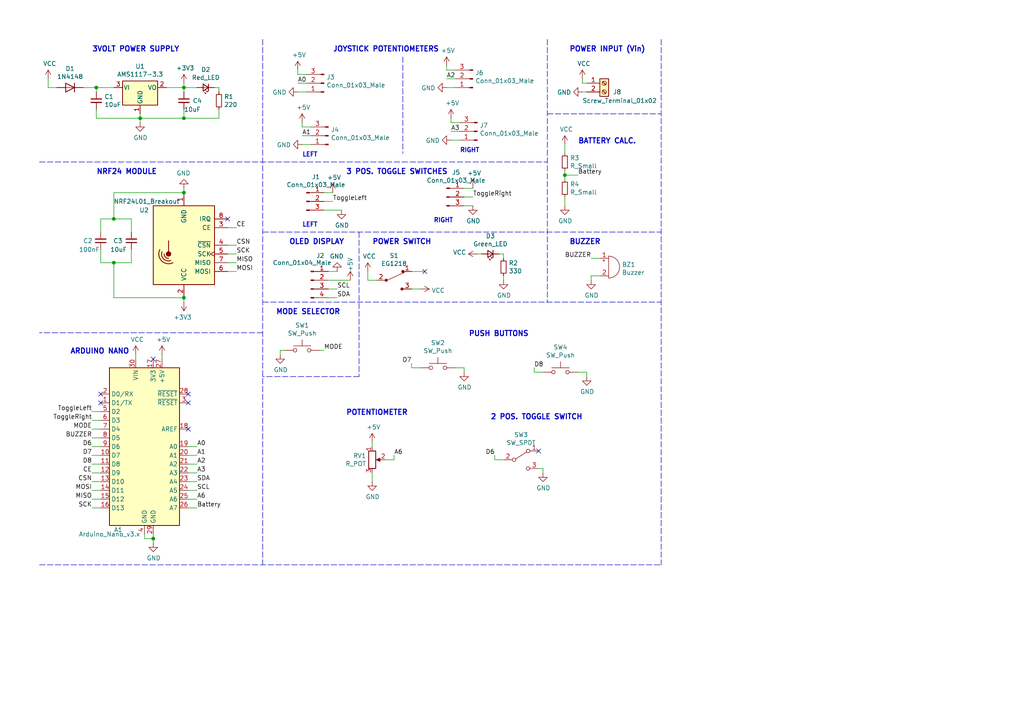
<source format=kicad_sch>
(kicad_sch (version 20211123) (generator eeschema)
  (paper "A4")
  (lib_symbols
    (symbol "Connector:Conn_01x03_Male" (pin_names (offset 1.016) hide)
      (property "Reference" "J" (at 0 5.08 0))
      (property "Value" "Conn_01x03_Male" (at 0 -5.08 0))
      (symbol "Conn_01x03_Male_1_1"
        (polyline (pts (xy 1.27 -2.54) (xy 0.8636 -2.54)) (stroke (width 0.1524)))
        (polyline (pts (xy 1.27 0) (xy 0.8636 0)) (stroke (width 0.1524)))
        (polyline (pts (xy 1.27 2.54) (xy 0.8636 2.54)) (stroke (width 0.1524)))
        (rectangle (start 0.8636 -2.413) (end 0 -2.667) (stroke (width 0.1524)) (fill (type outline)))
        (rectangle (start 0.8636 0.127) (end 0 -0.127) (stroke (width 0.1524)) (fill (type outline)))
        (rectangle (start 0.8636 2.667) (end 0 2.413) (stroke (width 0.1524)) (fill (type outline)))
        (pin passive line (at 5.08 2.54 180) (length 3.81) (name "Pin_1") (number "1"))
        (pin passive line (at 5.08 0 180) (length 3.81) (name "Pin_2") (number "2"))
        (pin passive line (at 5.08 -2.54 180) (length 3.81) (name "Pin_3") (number "3"))
      )
    )
    (symbol "Connector:Conn_01x04_Male" (pin_names (offset 1.016) hide)
      (property "Reference" "J" (at 0 5.08 0))
      (property "Value" "Conn_01x04_Male" (at 0 -7.62 0))
      (symbol "Conn_01x04_Male_1_1"
        (polyline (pts (xy 1.27 -5.08) (xy 0.8636 -5.08)) (stroke (width 0.1524)))
        (polyline (pts (xy 1.27 -2.54) (xy 0.8636 -2.54)) (stroke (width 0.1524)))
        (polyline (pts (xy 1.27 0) (xy 0.8636 0)) (stroke (width 0.1524)))
        (polyline (pts (xy 1.27 2.54) (xy 0.8636 2.54)) (stroke (width 0.1524)))
        (rectangle (start 0.8636 -4.953) (end 0 -5.207) (stroke (width 0.1524)) (fill (type outline)))
        (rectangle (start 0.8636 -2.413) (end 0 -2.667) (stroke (width 0.1524)) (fill (type outline)))
        (rectangle (start 0.8636 0.127) (end 0 -0.127) (stroke (width 0.1524)) (fill (type outline)))
        (rectangle (start 0.8636 2.667) (end 0 2.413) (stroke (width 0.1524)) (fill (type outline)))
        (pin passive line (at 5.08 2.54 180) (length 3.81) (name "Pin_1") (number "1"))
        (pin passive line (at 5.08 0 180) (length 3.81) (name "Pin_2") (number "2"))
        (pin passive line (at 5.08 -2.54 180) (length 3.81) (name "Pin_3") (number "3"))
        (pin passive line (at 5.08 -5.08 180) (length 3.81) (name "Pin_4") (number "4"))
      )
    )
    (symbol "Connector:Screw_Terminal_01x02" (pin_names (offset 1.016) hide)
      (property "Reference" "J" (at 0 2.54 0))
      (property "Value" "Screw_Terminal_01x02" (at 0 -5.08 0))
      (symbol "Screw_Terminal_01x02_1_1"
        (rectangle (start -1.27 1.27) (end 1.27 -3.81) (stroke (width 0.254)) (fill (type background)))
        (circle (center 0 -2.54) (radius 0.635) (stroke (width 0.1524)))
        (polyline (pts (xy -0.5334 -2.2098) (xy 0.3302 -3.048)) (stroke (width 0.1524)))
        (polyline (pts (xy -0.5334 0.3302) (xy 0.3302 -0.508)) (stroke (width 0.1524)))
        (polyline (pts (xy -0.3556 -2.032) (xy 0.508 -2.8702)) (stroke (width 0.1524)))
        (polyline (pts (xy -0.3556 0.508) (xy 0.508 -0.3302)) (stroke (width 0.1524)))
        (circle (center 0 0) (radius 0.635) (stroke (width 0.1524)))
        (pin passive line (at -5.08 0 0) (length 3.81) (name "Pin_1") (number "1"))
        (pin passive line (at -5.08 -2.54 0) (length 3.81) (name "Pin_2") (number "2"))
      )
    )
    (symbol "Device:Buzzer" (pin_names (offset 0.0254) hide)
      (property "Reference" "BZ" (at 3.81 1.27 0))
      (property "Value" "Buzzer" (at 3.81 -1.27 0))
      (symbol "Buzzer_0_1"
        (arc (start 0 -3.175) (mid 3.175 0) (end 0 3.175))
        (polyline (pts (xy -1.651 1.905) (xy -1.143 1.905)))
        (polyline (pts (xy -1.397 2.159) (xy -1.397 1.651)))
        (polyline (pts (xy 0 3.175) (xy 0 -3.175)))
      )
      (symbol "Buzzer_1_1"
        (pin passive line (at -2.54 2.54 0) (length 2.54) (name "-") (number "1"))
        (pin passive line (at -2.54 -2.54 0) (length 2.54) (name "+") (number "2"))
      )
    )
    (symbol "Device:C_Small" (pin_numbers hide) (pin_names (offset 0.254) hide)
      (property "Reference" "C" (at 0.254 1.778 0))
      (property "Value" "C_Small" (at 0.254 -2.032 0))
      (symbol "C_Small_0_1"
        (polyline (pts (xy -1.524 -0.508) (xy 1.524 -0.508)) (stroke (width 0.3302)))
        (polyline (pts (xy -1.524 0.508) (xy 1.524 0.508)) (stroke (width 0.3048)))
      )
      (symbol "C_Small_1_1"
        (pin passive line (at 0 2.54 270) (length 2.032) (name "~") (number "1"))
        (pin passive line (at 0 -2.54 90) (length 2.032) (name "~") (number "2"))
      )
    )
    (symbol "Device:LED_Small" (pin_numbers hide) (pin_names (offset 0.254) hide)
      (property "Reference" "D" (at -1.27 3.175 0))
      (property "Value" "LED_Small" (at -4.445 -2.54 0))
      (symbol "LED_Small_0_1"
        (polyline (pts (xy -0.762 -1.016) (xy -0.762 1.016)) (stroke (width 0.254)))
        (polyline (pts (xy 1.016 0) (xy -0.762 0)))
        (polyline (pts (xy 0.762 -1.016) (xy -0.762 0) (xy 0.762 1.016) (xy 0.762 -1.016)) (stroke (width 0.254)))
        (polyline (pts (xy 0 0.762) (xy -0.508 1.27) (xy -0.254 1.27) (xy -0.508 1.27) (xy -0.508 1.016)))
        (polyline (pts (xy 0.508 1.27) (xy 0 1.778) (xy 0.254 1.778) (xy 0 1.778) (xy 0 1.524)))
      )
      (symbol "LED_Small_1_1"
        (pin passive line (at -2.54 0 0) (length 1.778) (name "K") (number "1"))
        (pin passive line (at 2.54 0 180) (length 1.778) (name "A") (number "2"))
      )
    )
    (symbol "Device:R_Small" (pin_numbers hide) (pin_names (offset 0.254) hide)
      (property "Reference" "R" (at 0.762 0.508 0))
      (property "Value" "R_Small" (at 0.762 -1.016 0))
      (symbol "R_Small_0_1"
        (rectangle (start -0.762 1.778) (end 0.762 -1.778) (stroke (width 0.2032)))
      )
      (symbol "R_Small_1_1"
        (pin passive line (at 0 2.54 270) (length 0.762) (name "~") (number "1"))
        (pin passive line (at 0 -2.54 90) (length 0.762) (name "~") (number "2"))
      )
    )
    (symbol "Diode:1N4148" (pin_numbers hide) (pin_names (offset 1.016) hide)
      (property "Reference" "D" (at 0 2.54 0))
      (property "Value" "1N4148" (at 0 -2.54 0))
      (symbol "1N4148_0_1"
        (polyline (pts (xy -1.27 1.27) (xy -1.27 -1.27)) (stroke (width 0.254)))
        (polyline (pts (xy 1.27 0) (xy -1.27 0)))
        (polyline (pts (xy 1.27 1.27) (xy 1.27 -1.27) (xy -1.27 0) (xy 1.27 1.27)) (stroke (width 0.254)))
      )
      (symbol "1N4148_1_1"
        (pin passive line (at -3.81 0 0) (length 2.54) (name "K") (number "1"))
        (pin passive line (at 3.81 0 180) (length 2.54) (name "A") (number "2"))
      )
    )
    (symbol "MCU_Module:Arduino_Nano_v3.x"
      (property "Reference" "A" (at -10.16 23.495 0))
      (property "Value" "Arduino_Nano_v3.x" (at 5.08 -24.13 0))
      (symbol "Arduino_Nano_v3.x_0_1"
        (rectangle (start -10.16 22.86) (end 10.16 -22.86) (stroke (width 0.254)) (fill (type background)))
      )
      (symbol "Arduino_Nano_v3.x_1_1"
        (pin bidirectional line (at -12.7 12.7 0) (length 2.54) (name "D1/TX") (number "1"))
        (pin bidirectional line (at -12.7 -2.54 0) (length 2.54) (name "D7") (number "10"))
        (pin bidirectional line (at -12.7 -5.08 0) (length 2.54) (name "D8") (number "11"))
        (pin bidirectional line (at -12.7 -7.62 0) (length 2.54) (name "D9") (number "12"))
        (pin bidirectional line (at -12.7 -10.16 0) (length 2.54) (name "D10") (number "13"))
        (pin bidirectional line (at -12.7 -12.7 0) (length 2.54) (name "D11") (number "14"))
        (pin bidirectional line (at -12.7 -15.24 0) (length 2.54) (name "D12") (number "15"))
        (pin bidirectional line (at -12.7 -17.78 0) (length 2.54) (name "D13") (number "16"))
        (pin power_out line (at 2.54 25.4 270) (length 2.54) (name "3V3") (number "17"))
        (pin input line (at 12.7 5.08 180) (length 2.54) (name "AREF") (number "18"))
        (pin bidirectional line (at 12.7 0 180) (length 2.54) (name "A0") (number "19"))
        (pin bidirectional line (at -12.7 15.24 0) (length 2.54) (name "D0/RX") (number "2"))
        (pin bidirectional line (at 12.7 -2.54 180) (length 2.54) (name "A1") (number "20"))
        (pin bidirectional line (at 12.7 -5.08 180) (length 2.54) (name "A2") (number "21"))
        (pin bidirectional line (at 12.7 -7.62 180) (length 2.54) (name "A3") (number "22"))
        (pin bidirectional line (at 12.7 -10.16 180) (length 2.54) (name "A4") (number "23"))
        (pin bidirectional line (at 12.7 -12.7 180) (length 2.54) (name "A5") (number "24"))
        (pin bidirectional line (at 12.7 -15.24 180) (length 2.54) (name "A6") (number "25"))
        (pin bidirectional line (at 12.7 -17.78 180) (length 2.54) (name "A7") (number "26"))
        (pin power_out line (at 5.08 25.4 270) (length 2.54) (name "+5V") (number "27"))
        (pin input line (at 12.7 15.24 180) (length 2.54) (name "~{RESET}") (number "28"))
        (pin power_in line (at 2.54 -25.4 90) (length 2.54) (name "GND") (number "29"))
        (pin input line (at 12.7 12.7 180) (length 2.54) (name "~{RESET}") (number "3"))
        (pin power_in line (at -2.54 25.4 270) (length 2.54) (name "VIN") (number "30"))
        (pin power_in line (at 0 -25.4 90) (length 2.54) (name "GND") (number "4"))
        (pin bidirectional line (at -12.7 10.16 0) (length 2.54) (name "D2") (number "5"))
        (pin bidirectional line (at -12.7 7.62 0) (length 2.54) (name "D3") (number "6"))
        (pin bidirectional line (at -12.7 5.08 0) (length 2.54) (name "D4") (number "7"))
        (pin bidirectional line (at -12.7 2.54 0) (length 2.54) (name "D5") (number "8"))
        (pin bidirectional line (at -12.7 0 0) (length 2.54) (name "D6") (number "9"))
      )
    )
    (symbol "RF:NRF24L01_Breakout" (pin_names (offset 1.016))
      (property "Reference" "U" (at -8.89 12.7 0))
      (property "Value" "NRF24L01_Breakout" (at 3.81 12.7 0))
      (symbol "NRF24L01_Breakout_0_1"
        (rectangle (start -8.89 11.43) (end 8.89 -11.43) (stroke (width 0.254)) (fill (type background)))
        (polyline (pts (xy 4.445 1.905) (xy 4.445 -1.27)) (stroke (width 0.254)))
        (circle (center 4.445 2.54) (radius 0.635) (stroke (width 0.254)) (fill (type outline)))
        (arc (start 5.715 2.54) (mid 5.3521 3.4546) (end 4.445 3.81) (stroke (width 0.254)))
        (arc (start 6.35 1.905) (mid 5.8763 3.9854) (end 3.81 4.445) (stroke (width 0.254)))
        (arc (start 6.985 1.27) (mid 6.453 4.548) (end 3.175 5.08) (stroke (width 0.254)))
      )
      (symbol "NRF24L01_Breakout_1_1"
        (pin power_in line (at 0 -15.24 90) (length 3.81) (name "GND") (number "1"))
        (pin power_in line (at 0 15.24 270) (length 3.81) (name "VCC") (number "2"))
        (pin input line (at -12.7 -5.08 0) (length 3.81) (name "CE") (number "3"))
        (pin input line (at -12.7 0 0) (length 3.81) (name "~{CSN}") (number "4"))
        (pin input clock (at -12.7 2.54 0) (length 3.81) (name "SCK") (number "5"))
        (pin input line (at -12.7 7.62 0) (length 3.81) (name "MOSI") (number "6"))
        (pin output line (at -12.7 5.08 0) (length 3.81) (name "MISO") (number "7"))
        (pin output line (at -12.7 -7.62 0) (length 3.81) (name "IRQ") (number "8"))
      )
    )
    (symbol "Radio_Transmitter_Arduino-rescue:EG1218-dk_Slide-Switches" (pin_names (offset 0))
      (property "Reference" "S" (at -3.81 2.286 0))
      (property "Value" "EG1218-dk_Slide-Switches" (at 0 -5.334 0))
      (symbol "EG1218-dk_Slide-Switches_0_1"
        (circle (center -2.286 0) (radius 0.3556) (fill (type outline)))
        (polyline (pts (xy -2.032 0) (xy 3.048 2.286)))
        (circle (center 2.286 -2.54) (radius 0.3556) (fill (type outline)))
        (circle (center 2.54 2.54) (radius 0.3556) (fill (type outline)))
      )
      (symbol "EG1218-dk_Slide-Switches_1_1"
        (pin passive line (at 5.08 2.54 180) (length 2.54) (name "~") (number "1"))
        (pin passive line (at -5.08 0 0) (length 2.54) (name "~") (number "2"))
        (pin passive line (at 5.08 -2.54 180) (length 2.54) (name "~") (number "3"))
      )
    )
    (symbol "Radio_Transmitter_Arduino-rescue:R_POT-Device" (pin_names (offset 1.016) hide)
      (property "Reference" "RV" (at -4.445 0 90))
      (property "Value" "R_POT-Device" (at -2.54 0 90))
      (symbol "R_POT-Device_0_1"
        (polyline (pts (xy 2.54 0) (xy 1.524 0)))
        (polyline (pts (xy 1.143 0) (xy 2.286 0.508) (xy 2.286 -0.508) (xy 1.143 0)) (fill (type outline)))
        (rectangle (start 1.016 2.54) (end -1.016 -2.54) (stroke (width 0.254)))
      )
      (symbol "R_POT-Device_1_1"
        (pin passive line (at 0 3.81 270) (length 1.27) (name "1") (number "1"))
        (pin passive line (at 3.81 0 180) (length 1.27) (name "2") (number "2"))
        (pin passive line (at 0 -3.81 90) (length 1.27) (name "3") (number "3"))
      )
    )
    (symbol "Regulator_Linear:AMS1117-3.3" (pin_names (offset 0.254))
      (property "Reference" "U" (at -3.81 3.175 0))
      (property "Value" "AMS1117-3.3" (at 0 3.175 0))
      (symbol "AMS1117-3.3_0_1"
        (rectangle (start -5.08 -5.08) (end 5.08 1.905) (stroke (width 0.254)) (fill (type background)))
      )
      (symbol "AMS1117-3.3_1_1"
        (pin power_in line (at 0 -7.62 90) (length 2.54) (name "GND") (number "1"))
        (pin power_out line (at 7.62 0 180) (length 2.54) (name "VO") (number "2"))
        (pin power_in line (at -7.62 0 0) (length 2.54) (name "VI") (number "3"))
      )
    )
    (symbol "Switch:SW_Push" (pin_numbers hide) (pin_names (offset 1.016) hide)
      (property "Reference" "SW" (at 1.27 2.54 0))
      (property "Value" "SW_Push" (at 0 -1.524 0))
      (symbol "SW_Push_0_1"
        (circle (center -2.032 0) (radius 0.508))
        (polyline (pts (xy 0 1.27) (xy 0 3.048)))
        (polyline (pts (xy 2.54 1.27) (xy -2.54 1.27)))
        (circle (center 2.032 0) (radius 0.508))
        (pin passive line (at -5.08 0 0) (length 2.54) (name "1") (number "1"))
        (pin passive line (at 5.08 0 180) (length 2.54) (name "2") (number "2"))
      )
    )
    (symbol "Switch:SW_SPDT" (pin_names (offset 0) hide)
      (property "Reference" "SW" (at 0 4.318 0))
      (property "Value" "SW_SPDT" (at 0 -5.08 0))
      (symbol "SW_SPDT_0_0"
        (circle (center -2.032 0) (radius 0.508))
        (circle (center 2.032 -2.54) (radius 0.508))
      )
      (symbol "SW_SPDT_0_1"
        (polyline (pts (xy -1.524 0.254) (xy 1.651 2.286)))
        (circle (center 2.032 2.54) (radius 0.508))
      )
      (symbol "SW_SPDT_1_1"
        (pin passive line (at 5.08 2.54 180) (length 2.54) (name "A") (number "1"))
        (pin passive line (at -5.08 0 0) (length 2.54) (name "B") (number "2"))
        (pin passive line (at 5.08 -2.54 180) (length 2.54) (name "C") (number "3"))
      )
    )
    (symbol "power:+3.3V" (power) (pin_names (offset 0))
      (property "Value" "+3.3V" (at 0 3.556 0))
      (symbol "+3.3V_0_1"
        (polyline (pts (xy -0.762 1.27) (xy 0 2.54)))
        (polyline (pts (xy 0 0) (xy 0 2.54)))
        (polyline (pts (xy 0 2.54) (xy 0.762 1.27)))
      )
      (symbol "+3.3V_1_1"
        (pin power_in line (at 0 0 90) (length 0) hide (name "+3V3") (number "1"))
      )
    )
    (symbol "power:+5V" (power) (pin_names (offset 0))
      (property "Value" "+5V" (at 0 3.556 0))
      (symbol "+5V_0_1"
        (polyline (pts (xy -0.762 1.27) (xy 0 2.54)))
        (polyline (pts (xy 0 0) (xy 0 2.54)))
        (polyline (pts (xy 0 2.54) (xy 0.762 1.27)))
      )
      (symbol "+5V_1_1"
        (pin power_in line (at 0 0 90) (length 0) hide (name "+5V") (number "1"))
      )
    )
    (symbol "power:GND" (power) (pin_names (offset 0))
      (property "Value" "GND" (at 0 -3.81 0))
      (symbol "GND_0_1"
        (polyline (pts (xy 0 0) (xy 0 -1.27) (xy 1.27 -1.27) (xy 0 -2.54) (xy -1.27 -1.27) (xy 0 -1.27)))
      )
      (symbol "GND_1_1"
        (pin power_in line (at 0 0 270) (length 0) hide (name "GND") (number "1"))
      )
    )
    (symbol "power:VCC" (power) (pin_names (offset 0))
      (property "Value" "VCC" (at 0 3.81 0))
      (symbol "VCC_0_1"
        (polyline (pts (xy -0.762 1.27) (xy 0 2.54)))
        (polyline (pts (xy 0 0) (xy 0 2.54)))
        (polyline (pts (xy 0 2.54) (xy 0.762 1.27)))
      )
      (symbol "VCC_1_1"
        (pin power_in line (at 0 0 90) (length 0) hide (name "VCC") (number "1"))
      )
    )
  )
  (junction (at 27.94 25.4))
  (junction (at 33.02 63.5))
  (junction (at 40.64 34.29))
  (junction (at 163.83 50.8))
  (junction (at 44.45 156.21))
  (junction (at 53.34 25.4))
  (junction (at 53.34 86.36))
  (junction (at 33.02 76.2))
  (junction (at 53.34 55.88))
  (junction (at 53.34 34.29))
  (no_connect (at 66.04 63.5))
  (no_connect (at 44.45 104.14))
  (no_connect (at 29.21 114.3))
  (no_connect (at 29.21 116.84))
  (no_connect (at 54.61 114.3))
  (no_connect (at 123.19 78.74))
  (no_connect (at 54.61 124.46))
  (no_connect (at 54.61 116.84))
  (no_connect (at 156.21 130.81))
  (wire (pts (xy 54.61 139.7) (xy 57.15 139.7)))
  (wire (pts (xy 29.21 137.16) (xy 26.67 137.16)))
  (wire (pts (xy 90.17 41.91) (xy 87.63 41.91)))
  (wire (pts (xy 167.64 50.8) (xy 163.83 50.8)))
  (wire (pts (xy 119.38 105.41) (xy 119.38 106.68)))
  (wire (pts (xy 53.34 34.29) (xy 63.5 34.29)))
  (polyline (pts (xy 104.14 109.22) (xy 76.2 109.22)))
  (wire (pts (xy 29.21 124.46) (xy 26.67 124.46)))
  (wire (pts (xy 134.62 106.68) (xy 134.62 107.95)))
  (wire (pts (xy 132.08 25.4) (xy 129.54 25.4)))
  (wire (pts (xy 54.61 147.32) (xy 57.15 147.32)))
  (wire (pts (xy 68.58 73.66) (xy 66.04 73.66)))
  (wire (pts (xy 41.91 156.21) (xy 44.45 156.21)))
  (wire (pts (xy 29.21 72.39) (xy 29.21 76.2)))
  (polyline (pts (xy 158.75 11.43) (xy 158.75 87.63)))
  (wire (pts (xy 33.02 63.5) (xy 33.02 55.88)))
  (wire (pts (xy 137.16 59.69) (xy 134.62 59.69)))
  (wire (pts (xy 97.79 78.74) (xy 95.25 78.74)))
  (wire (pts (xy 170.18 109.22) (xy 170.18 107.95)))
  (polyline (pts (xy 76.2 87.63) (xy 191.77 87.63)))
  (wire (pts (xy 44.45 156.21) (xy 44.45 154.94)))
  (wire (pts (xy 168.91 24.13) (xy 170.18 24.13)))
  (wire (pts (xy 163.83 49.53) (xy 163.83 50.8)))
  (wire (pts (xy 68.58 78.74) (xy 66.04 78.74)))
  (wire (pts (xy 29.21 67.31) (xy 29.21 63.5)))
  (polyline (pts (xy 76.2 11.43) (xy 76.2 163.83)))
  (wire (pts (xy 90.17 36.83) (xy 87.63 36.83)))
  (wire (pts (xy 88.9 21.59) (xy 86.36 21.59)))
  (wire (pts (xy 114.3 133.35) (xy 111.76 133.35)))
  (wire (pts (xy 132.08 20.32) (xy 129.54 20.32)))
  (wire (pts (xy 97.79 86.36) (xy 95.25 86.36)))
  (wire (pts (xy 29.21 129.54) (xy 26.67 129.54)))
  (wire (pts (xy 33.02 76.2) (xy 38.1 76.2)))
  (polyline (pts (xy 11.43 163.83) (xy 191.77 163.83)))
  (wire (pts (xy 53.34 25.4) (xy 53.34 26.67)))
  (wire (pts (xy 173.99 74.93) (xy 171.45 74.93)))
  (wire (pts (xy 33.02 86.36) (xy 53.34 86.36)))
  (wire (pts (xy 29.21 134.62) (xy 26.67 134.62)))
  (wire (pts (xy 48.26 25.4) (xy 53.34 25.4)))
  (wire (pts (xy 38.1 72.39) (xy 38.1 76.2)))
  (wire (pts (xy 33.02 63.5) (xy 38.1 63.5)))
  (wire (pts (xy 63.5 25.4) (xy 63.5 26.67)))
  (wire (pts (xy 53.34 54.61) (xy 53.34 55.88)))
  (wire (pts (xy 87.63 36.83) (xy 87.63 35.56)))
  (polyline (pts (xy 116.84 16.51) (xy 116.84 44.45)))
  (wire (pts (xy 44.45 157.48) (xy 44.45 156.21)))
  (wire (pts (xy 163.83 41.91) (xy 163.83 44.45)))
  (polyline (pts (xy 11.43 46.99) (xy 158.75 46.99)))
  (wire (pts (xy 170.18 107.95) (xy 167.64 107.95)))
  (wire (pts (xy 27.94 31.75) (xy 27.94 34.29)))
  (wire (pts (xy 57.15 25.4) (xy 53.34 25.4)))
  (wire (pts (xy 93.98 101.6) (xy 92.71 101.6)))
  (wire (pts (xy 53.34 24.13) (xy 53.34 25.4)))
  (wire (pts (xy 86.36 21.59) (xy 86.36 20.32)))
  (wire (pts (xy 40.64 33.02) (xy 40.64 34.29)))
  (wire (pts (xy 41.91 154.94) (xy 41.91 156.21)))
  (wire (pts (xy 163.83 57.15) (xy 163.83 59.69)))
  (wire (pts (xy 54.61 134.62) (xy 57.15 134.62)))
  (wire (pts (xy 129.54 20.32) (xy 129.54 19.05)))
  (wire (pts (xy 27.94 26.67) (xy 27.94 25.4)))
  (wire (pts (xy 88.9 26.67) (xy 86.36 26.67)))
  (wire (pts (xy 66.04 66.04) (xy 68.58 66.04)))
  (wire (pts (xy 90.17 39.37) (xy 87.63 39.37)))
  (wire (pts (xy 53.34 86.36) (xy 53.34 87.63)))
  (wire (pts (xy 168.91 22.86) (xy 168.91 24.13)))
  (wire (pts (xy 107.95 128.27) (xy 107.95 129.54)))
  (wire (pts (xy 54.61 144.78) (xy 57.15 144.78)))
  (wire (pts (xy 163.83 50.8) (xy 163.83 52.07)))
  (wire (pts (xy 119.38 106.68) (xy 121.92 106.68)))
  (wire (pts (xy 68.58 76.2) (xy 66.04 76.2)))
  (wire (pts (xy 119.38 78.74) (xy 123.19 78.74)))
  (wire (pts (xy 26.67 127) (xy 29.21 127)))
  (wire (pts (xy 132.08 106.68) (xy 134.62 106.68)))
  (wire (pts (xy 81.28 101.6) (xy 81.28 102.87)))
  (wire (pts (xy 137.16 54.61) (xy 134.62 54.61)))
  (wire (pts (xy 29.21 142.24) (xy 26.67 142.24)))
  (wire (pts (xy 39.37 102.87) (xy 39.37 104.14)))
  (wire (pts (xy 54.61 129.54) (xy 57.15 129.54)))
  (wire (pts (xy 62.23 25.4) (xy 63.5 25.4)))
  (polyline (pts (xy 104.14 67.31) (xy 104.14 109.22)))
  (wire (pts (xy 156.21 135.89) (xy 157.48 135.89)))
  (wire (pts (xy 173.99 80.01) (xy 171.45 80.01)))
  (wire (pts (xy 101.6 81.28) (xy 95.25 81.28)))
  (wire (pts (xy 24.13 25.4) (xy 27.94 25.4)))
  (wire (pts (xy 143.51 132.08) (xy 143.51 133.35)))
  (wire (pts (xy 33.02 86.36) (xy 33.02 76.2)))
  (polyline (pts (xy 76.2 67.31) (xy 191.77 67.31)))
  (polyline (pts (xy 76.2 96.52) (xy 11.43 96.52)))
  (wire (pts (xy 106.68 81.28) (xy 106.68 78.74)))
  (wire (pts (xy 27.94 25.4) (xy 33.02 25.4)))
  (wire (pts (xy 157.48 135.89) (xy 157.48 137.16)))
  (wire (pts (xy 107.95 139.7) (xy 107.95 137.16)))
  (wire (pts (xy 40.64 34.29) (xy 40.64 35.56)))
  (wire (pts (xy 146.05 73.66) (xy 146.05 74.93)))
  (wire (pts (xy 133.35 40.64) (xy 130.81 40.64)))
  (wire (pts (xy 29.21 63.5) (xy 33.02 63.5)))
  (wire (pts (xy 13.97 25.4) (xy 16.51 25.4)))
  (wire (pts (xy 29.21 121.92) (xy 26.67 121.92)))
  (wire (pts (xy 143.51 133.35) (xy 146.05 133.35)))
  (wire (pts (xy 63.5 31.75) (xy 63.5 34.29)))
  (wire (pts (xy 93.98 60.96) (xy 99.06 60.96)))
  (polyline (pts (xy 191.77 11.43) (xy 191.77 163.83)))
  (wire (pts (xy 133.35 38.1) (xy 130.81 38.1)))
  (wire (pts (xy 82.55 101.6) (xy 81.28 101.6)))
  (wire (pts (xy 96.52 55.88) (xy 93.98 55.88)))
  (wire (pts (xy 54.61 137.16) (xy 57.15 137.16)))
  (wire (pts (xy 137.16 57.15) (xy 134.62 57.15)))
  (wire (pts (xy 29.21 132.08) (xy 26.67 132.08)))
  (wire (pts (xy 154.94 106.68) (xy 154.94 107.95)))
  (wire (pts (xy 121.92 83.82) (xy 119.38 83.82)))
  (wire (pts (xy 97.79 83.82) (xy 95.25 83.82)))
  (wire (pts (xy 171.45 80.01) (xy 171.45 81.28)))
  (wire (pts (xy 38.1 63.5) (xy 38.1 67.31)))
  (wire (pts (xy 54.61 132.08) (xy 57.15 132.08)))
  (wire (pts (xy 26.67 147.32) (xy 29.21 147.32)))
  (wire (pts (xy 154.94 107.95) (xy 157.48 107.95)))
  (wire (pts (xy 139.7 73.66) (xy 138.43 73.66)))
  (wire (pts (xy 53.34 31.75) (xy 53.34 34.29)))
  (wire (pts (xy 26.67 139.7) (xy 29.21 139.7)))
  (wire (pts (xy 88.9 24.13) (xy 86.36 24.13)))
  (wire (pts (xy 168.91 26.67) (xy 170.18 26.67)))
  (wire (pts (xy 33.02 55.88) (xy 53.34 55.88)))
  (wire (pts (xy 29.21 119.38) (xy 26.67 119.38)))
  (wire (pts (xy 13.97 22.86) (xy 13.97 25.4)))
  (wire (pts (xy 29.21 144.78) (xy 26.67 144.78)))
  (polyline (pts (xy 158.75 33.02) (xy 191.77 33.02)))
  (wire (pts (xy 96.52 58.42) (xy 93.98 58.42)))
  (wire (pts (xy 114.3 132.08) (xy 114.3 133.35)))
  (wire (pts (xy 133.35 35.56) (xy 130.81 35.56)))
  (wire (pts (xy 144.78 73.66) (xy 146.05 73.66)))
  (wire (pts (xy 109.22 81.28) (xy 106.68 81.28)))
  (wire (pts (xy 46.99 102.87) (xy 46.99 104.14)))
  (wire (pts (xy 66.04 71.12) (xy 68.58 71.12)))
  (wire (pts (xy 29.21 76.2) (xy 33.02 76.2)))
  (wire (pts (xy 27.94 34.29) (xy 40.64 34.29)))
  (wire (pts (xy 132.08 22.86) (xy 129.54 22.86)))
  (wire (pts (xy 40.64 34.29) (xy 53.34 34.29)))
  (wire (pts (xy 130.81 35.56) (xy 130.81 34.29)))
  (wire (pts (xy 54.61 142.24) (xy 57.15 142.24)))
  (wire (pts (xy 146.05 80.01) (xy 146.05 81.28)))
  (text "OLED DISPLAY" (at 83.82 71.12 0) (effects (font (size 1.4986 1.4986) (thickness 0.2997) bold) (justify left bottom)))
  (text "RIGHT" (at 133.35 44.45 0) (effects (font (size 1.27 1.27) (thickness 0.254) bold) (justify left bottom)))
  (text "POWER SWITCH" (at 107.95 71.12 0) (effects (font (size 1.4986 1.4986) (thickness 0.2997) bold) (justify left bottom)))
  (text "PUSH BUTTONS" (at 135.89 97.79 0) (effects (font (size 1.4986 1.4986) (thickness 0.2997) bold) (justify left bottom)))
  (text "MODE SELECTOR" (at 80.01 91.44 0) (effects (font (size 1.4986 1.4986) (thickness 0.2997) bold) (justify left bottom)))
  (text "NRF24 MODULE" (at 27.94 50.8 0) (effects (font (size 1.4986 1.4986) (thickness 0.2997) bold) (justify left bottom)))
  (text "LEFT" (at 87.63 45.72 0) (effects (font (size 1.27 1.27) (thickness 0.254) bold) (justify left bottom)))
  (text "BATTERY CALC.\n" (at 167.64 41.91 0) (effects (font (size 1.4986 1.4986) (thickness 0.2997) bold) (justify left bottom)))
  (text "3 POS. TOGGLE SWITCHES" (at 100.33 50.8 0) (effects (font (size 1.4986 1.4986) (thickness 0.2997) bold) (justify left bottom)))
  (text "ARDUINO NANO" (at 20.32 102.87 0) (effects (font (size 1.4986 1.4986) (thickness 0.2997) bold) (justify left bottom)))
  (text "JOYSTICK POTENTIOMETERS" (at 96.52 15.24 0) (effects (font (size 1.4986 1.4986) (thickness 0.2997) bold) (justify left bottom)))
  (text "BUZZER" (at 165.1 71.12 0) (effects (font (size 1.4986 1.4986) (thickness 0.2997) bold) (justify left bottom)))
  (text "LEFT" (at 87.63 66.04 0) (effects (font (size 1.27 1.27) (thickness 0.254) bold) (justify left bottom)))
  (text "2 POS. TOGGLE SWITCH" (at 142.24 121.92 0) (effects (font (size 1.4986 1.4986) (thickness 0.2997) bold) (justify left bottom)))
  (text "3VOLT POWER SUPPLY" (at 26.67 15.24 0) (effects (font (size 1.4986 1.4986) (thickness 0.2997) bold) (justify left bottom)))
  (text "POTENTIOMETER" (at 100.33 120.65 0) (effects (font (size 1.4986 1.4986) (thickness 0.2997) bold) (justify left bottom)))
  (text "POWER INPUT (Vin)" (at 165.1 15.24 0) (effects (font (size 1.4986 1.4986) (thickness 0.2997) bold) (justify left bottom)))
  (text "RIGHT" (at 125.73 64.77 0) (effects (font (size 1.27 1.27) (thickness 0.254) bold) (justify left bottom)))
  (label "ToggleRight" (at 137.16 57.15 0))
  (label "ToggleLeft" (at 26.67 119.38 180))
  (label "D6" (at 143.51 132.08 180))
  (label "MISO" (at 26.67 144.78 180))
  (label "A2" (at 129.54 22.86 0))
  (label "SCL" (at 97.79 83.82 0))
  (label "SCK" (at 26.67 147.32 180))
  (label "ToggleRight" (at 26.67 121.92 180))
  (label "MOSI" (at 26.67 142.24 180))
  (label "SCL" (at 57.15 142.24 0))
  (label "BUZZER" (at 26.67 127 180))
  (label "CSN" (at 26.67 139.7 180))
  (label "A6" (at 114.3 132.08 0))
  (label "D8" (at 26.67 134.62 180))
  (label "SDA" (at 97.79 86.36 0))
  (label "D6" (at 26.67 129.54 180))
  (label "CE" (at 68.58 66.04 0))
  (label "D7" (at 119.38 105.41 180))
  (label "A1" (at 57.15 132.08 0))
  (label "A3" (at 130.81 38.1 0))
  (label "SCK" (at 68.58 73.66 0))
  (label "Battery" (at 57.15 147.32 0))
  (label "MODE" (at 26.67 124.46 180))
  (label "MISO" (at 68.58 76.2 0))
  (label "A6" (at 57.15 144.78 0))
  (label "A0" (at 57.15 129.54 0))
  (label "A1" (at 87.63 39.37 0))
  (label "MOSI" (at 68.58 78.74 0))
  (label "CE" (at 26.67 137.16 180))
  (label "SDA" (at 57.15 139.7 0))
  (label "CSN" (at 68.58 71.12 0))
  (label "D8" (at 154.94 106.68 0))
  (label "Battery" (at 167.64 50.8 0))
  (label "A3" (at 57.15 137.16 0))
  (label "A0" (at 86.36 24.13 0))
  (label "MODE" (at 93.98 101.6 0))
  (label "ToggleLeft" (at 96.52 58.42 0))
  (label "D7" (at 26.67 132.08 180))
  (label "A2" (at 57.15 134.62 0))
  (label "BUZZER" (at 171.45 74.93 180))
  (symbol (lib_id "MCU_Module:Arduino_Nano_v3.x") (at 41.91 129.54 0) (unit 1)
    (property "Reference" "A1" (at 34.29 153.67 0))
    (property "Value" "Arduino_Nano_v3.x" (at 31.75 154.94 0))
    (property "Footprint" "Module:Arduino_Nano" (effects hide))
    (property "Datasheet" "http://www.mouser.com/pdfdocs/Gravitech_Arduino_Nano3_0.pdf" (effects hide))
  )
  (symbol (lib_id "RF:NRF24L01_Breakout") (at 53.34 71.12 180) (unit 1)
    (property "Reference" "U2" (at 43.18 60.96 0) (effects (justify left)))
    (property "Value" "NRF24L01_Breakout" (at 52.07 58.42 0) (effects (justify left)))
    (property "Footprint" "A_personal:NRF24L01+PA+LNA" (effects hide))
    (property "Datasheet" "http://www.nordicsemi.com/eng/content/download/2730/34105/file/nRF24L01_Product_Specification_v2_0.pdf" (effects hide))
  )
  (symbol (lib_id "Switch:SW_Push") (at 127 106.68 0) (unit 1)
    (property "Reference" "SW2" (at 127 99.441 0))
    (property "Value" "SW_Push" (at 127 101.7524 0))
    (property "Footprint" "Button_Switch_THT:SW_PUSH_6mm_H13mm" (effects hide))
  )
  (symbol (lib_id "power:VCC") (at 13.97 22.86 0) (unit 1)
    (property "Reference" "#PWR0102" (effects hide))
    (property "Value" "VCC" (at 14.4018 18.4658 0))
  )
  (symbol (lib_id "Switch:SW_Push") (at 162.56 107.95 0) (unit 1)
    (property "Reference" "SW4" (at 162.56 100.711 0))
    (property "Value" "SW_Push" (at 162.56 103.0224 0))
    (property "Footprint" "Button_Switch_THT:SW_PUSH_6mm_H13mm" (effects hide))
  )
  (symbol (lib_id "Switch:SW_Push") (at 87.63 101.6 0) (unit 1)
    (property "Reference" "SW1" (at 87.63 94.361 0))
    (property "Value" "SW_Push" (at 87.63 96.6724 0))
    (property "Footprint" "Button_Switch_THT:SW_PUSH_6mm_H13mm" (effects hide))
  )
  (symbol (lib_id "Regulator_Linear:AMS1117-3.3") (at 40.64 25.4 0) (unit 1)
    (property "Reference" "U1" (at 40.64 19.2532 0))
    (property "Value" "AMS1117-3.3" (at 40.64 21.5646 0))
    (property "Footprint" "Package_TO_SOT_SMD:SOT-223-3_TabPin2" (effects hide))
    (property "Datasheet" "http://www.advanced-monolithic.com/pdf/ds1117.pdf" (effects hide))
  )
  (symbol (lib_id "power:+3.3V") (at 53.34 24.13 0) (unit 1)
    (property "Reference" "#PWR0101" (effects hide))
    (property "Value" "+3.3V" (at 53.721 19.7358 0))
  )
  (symbol (lib_id "Device:C_Small") (at 27.94 29.21 0) (unit 1)
    (property "Reference" "C1" (at 30.2768 28.0416 0) (effects (justify left)))
    (property "Value" "10uF" (at 30.2768 30.353 0) (effects (justify left)))
    (property "Footprint" "Capacitor_THT:C_Radial_D6.3mm_H11.0mm_P2.50mm" (effects hide))
  )
  (symbol (lib_id "Device:C_Small") (at 53.34 29.21 0) (unit 1)
    (property "Reference" "C4" (at 55.88 29.21 0) (effects (justify left)))
    (property "Value" "10uF" (at 53.34 31.75 0) (effects (justify left)))
    (property "Footprint" "Capacitor_THT:C_Radial_D6.3mm_H11.0mm_P2.50mm" (effects hide))
  )
  (symbol (lib_id "Connector:Screw_Terminal_01x02") (at 175.26 24.13 0) (unit 1)
    (property "Reference" "J8" (at 177.8 26.67 0) (effects (justify left)))
    (property "Value" "Screw_Terminal_01x02" (at 168.91 29.21 0) (effects (justify left)))
    (property "Footprint" "TerminalBlock:TerminalBlock_bornier-2_P5.08mm" (effects hide))
  )
  (symbol (lib_id "power:GND") (at 40.64 35.56 0) (unit 1)
    (property "Reference" "#PWR0103" (effects hide))
    (property "Value" "GND" (at 40.767 39.9542 0))
  )
  (symbol (lib_id "Diode:1N4148") (at 20.32 25.4 180) (unit 1)
    (property "Reference" "D1" (at 20.32 19.9136 0))
    (property "Value" "1N4148" (at 20.32 22.225 0))
    (property "Footprint" "Diode_THT:D_DO-35_SOD27_P7.62mm_Horizontal" (effects hide))
    (property "Datasheet" "https://assets.nexperia.com/documents/data-sheet/1N4148_1N4448.pdf" (effects hide))
  )
  (symbol (lib_id "Device:C_Small") (at 38.1 69.85 180) (unit 1)
    (property "Reference" "C3" (at 35.56 69.85 0) (effects (justify left)))
    (property "Value" "10uF" (at 36.83 72.39 0) (effects (justify left)))
    (property "Footprint" "Capacitor_THT:C_Radial_D6.3mm_H11.0mm_P2.50mm" (effects hide))
  )
  (symbol (lib_id "Device:C_Small") (at 29.21 69.85 180) (unit 1)
    (property "Reference" "C2" (at 24.13 69.85 0) (effects (justify right)))
    (property "Value" "100nF" (at 22.86 72.39 0) (effects (justify right)))
    (property "Footprint" "Capacitor_THT:C_Disc_D5.0mm_W2.5mm_P5.00mm" (effects hide))
  )
  (symbol (lib_id "power:+3.3V") (at 53.34 87.63 180) (unit 1)
    (property "Reference" "#PWR0104" (effects hide))
    (property "Value" "+3.3V" (at 52.959 92.0242 0))
  )
  (symbol (lib_id "power:GND") (at 53.34 54.61 180) (unit 1)
    (property "Reference" "#PWR0105" (effects hide))
    (property "Value" "GND" (at 53.213 50.2158 0))
  )
  (symbol (lib_id "power:VCC") (at 168.91 22.86 0) (unit 1)
    (property "Reference" "#PWR0106" (effects hide))
    (property "Value" "VCC" (at 169.3418 18.4658 0))
  )
  (symbol (lib_id "power:GND") (at 168.91 26.67 270) (unit 1)
    (property "Reference" "#PWR0107" (effects hide))
    (property "Value" "GND" (at 165.6588 26.797 90) (effects (justify right)))
  )
  (symbol (lib_id "Radio_Transmitter_Arduino-rescue:R_POT-Device") (at 107.95 133.35 0) (unit 1)
    (property "Reference" "RV1" (at 106.1974 132.1816 0) (effects (justify right)))
    (property "Value" "R_POT" (at 106.1974 134.493 0) (effects (justify right)))
    (property "Footprint" "Connector_PinSocket_2.54mm:PinSocket_1x03_P2.54mm_Vertical" (effects hide))
  )
  (symbol (lib_id "Connector:Conn_01x03_Male") (at 93.98 24.13 180) (unit 1)
    (property "Reference" "J3" (at 94.6912 22.4028 0) (effects (justify right)))
    (property "Value" "Conn_01x03_Male" (at 94.6912 24.7142 0) (effects (justify right)))
    (property "Footprint" "Connector_PinSocket_2.54mm:PinSocket_1x03_P2.54mm_Vertical" (effects hide))
  )
  (symbol (lib_id "Connector:Conn_01x03_Male") (at 95.25 39.37 180) (unit 1)
    (property "Reference" "J4" (at 95.9612 37.6428 0) (effects (justify right)))
    (property "Value" "Conn_01x03_Male" (at 95.9612 39.9542 0) (effects (justify right)))
    (property "Footprint" "Connector_PinSocket_2.54mm:PinSocket_1x03_P2.54mm_Vertical" (effects hide))
  )
  (symbol (lib_id "Connector:Conn_01x03_Male") (at 137.16 22.86 180) (unit 1)
    (property "Reference" "J6" (at 137.8712 21.1328 0) (effects (justify right)))
    (property "Value" "Conn_01x03_Male" (at 137.8712 23.4442 0) (effects (justify right)))
    (property "Footprint" "Connector_PinSocket_2.54mm:PinSocket_1x03_P2.54mm_Vertical" (effects hide))
  )
  (symbol (lib_id "Connector:Conn_01x03_Male") (at 138.43 38.1 180) (unit 1)
    (property "Reference" "J7" (at 139.1412 36.3728 0) (effects (justify right)))
    (property "Value" "Conn_01x03_Male" (at 139.1412 38.6842 0) (effects (justify right)))
    (property "Footprint" "Connector_PinSocket_2.54mm:PinSocket_1x03_P2.54mm_Vertical" (effects hide))
  )
  (symbol (lib_id "power:+5V") (at 46.99 102.87 0) (unit 1)
    (property "Reference" "#PWR0108" (effects hide))
    (property "Value" "+5V" (at 47.371 98.4758 0))
  )
  (symbol (lib_id "power:+5V") (at 86.36 20.32 0) (unit 1)
    (property "Reference" "#PWR0109" (effects hide))
    (property "Value" "+5V" (at 86.741 15.9258 0))
  )
  (symbol (lib_id "power:+5V") (at 129.54 19.05 0) (unit 1)
    (property "Reference" "#PWR0110" (effects hide))
    (property "Value" "+5V" (at 129.921 14.6558 0))
  )
  (symbol (lib_id "power:+5V") (at 87.63 35.56 0) (unit 1)
    (property "Reference" "#PWR0111" (effects hide))
    (property "Value" "+5V" (at 88.011 31.1658 0))
  )
  (symbol (lib_id "power:+5V") (at 130.81 34.29 0) (unit 1)
    (property "Reference" "#PWR0112" (effects hide))
    (property "Value" "+5V" (at 131.191 29.8958 0))
  )
  (symbol (lib_id "power:GND") (at 86.36 26.67 270) (unit 1)
    (property "Reference" "#PWR0113" (effects hide))
    (property "Value" "GND" (at 83.1088 26.797 90) (effects (justify right)))
  )
  (symbol (lib_id "power:GND") (at 87.63 41.91 270) (unit 1)
    (property "Reference" "#PWR0114" (effects hide))
    (property "Value" "GND" (at 84.3788 42.037 90) (effects (justify right)))
  )
  (symbol (lib_id "power:GND") (at 129.54 25.4 270) (unit 1)
    (property "Reference" "#PWR0115" (effects hide))
    (property "Value" "GND" (at 126.2888 25.527 90) (effects (justify right)))
  )
  (symbol (lib_id "power:GND") (at 130.81 40.64 270) (unit 1)
    (property "Reference" "#PWR0116" (effects hide))
    (property "Value" "GND" (at 127.5588 40.767 90) (effects (justify right)))
  )
  (symbol (lib_id "power:VCC") (at 39.37 102.87 0) (unit 1)
    (property "Reference" "#PWR0117" (effects hide))
    (property "Value" "VCC" (at 39.8018 98.4758 0))
  )
  (symbol (lib_id "Connector:Conn_01x03_Male") (at 88.9 58.42 0) (unit 1)
    (property "Reference" "J1" (at 91.6432 51.2826 0))
    (property "Value" "Conn_01x03_Male" (at 91.6432 53.594 0))
    (property "Footprint" "Connector_PinSocket_2.54mm:PinSocket_1x03_P2.54mm_Vertical" (effects hide))
  )
  (symbol (lib_id "Connector:Conn_01x03_Male") (at 129.54 57.15 0) (unit 1)
    (property "Reference" "J5" (at 132.2832 50.0126 0))
    (property "Value" "Conn_01x03_Male" (at 132.2832 52.324 0))
    (property "Footprint" "Connector_PinSocket_2.54mm:PinSocket_1x03_P2.54mm_Vertical" (effects hide))
  )
  (symbol (lib_id "power:+5V") (at 96.52 55.88 0) (unit 1)
    (property "Reference" "#PWR0118" (effects hide))
    (property "Value" "+5V" (at 96.901 51.4858 0))
  )
  (symbol (lib_id "power:+5V") (at 137.16 54.61 0) (unit 1)
    (property "Reference" "#PWR0119" (effects hide))
    (property "Value" "+5V" (at 137.541 50.2158 0))
  )
  (symbol (lib_id "power:GND") (at 97.79 78.74 180) (unit 1)
    (property "Reference" "#PWR0127" (effects hide))
    (property "Value" "GND" (at 97.663 74.3458 0))
  )
  (symbol (lib_id "power:GND") (at 137.16 59.69 0) (unit 1)
    (property "Reference" "#PWR0120" (effects hide))
    (property "Value" "GND" (at 137.287 64.0842 0))
  )
  (symbol (lib_id "power:VCC") (at 163.83 41.91 0) (unit 1)
    (property "Reference" "#PWR0121" (effects hide))
    (property "Value" "VCC" (at 164.2618 37.5158 0))
  )
  (symbol (lib_id "power:GND") (at 163.83 59.69 0) (unit 1)
    (property "Reference" "#PWR0122" (effects hide))
    (property "Value" "GND" (at 163.957 64.0842 0))
  )
  (symbol (lib_id "Device:R_Small") (at 163.83 46.99 0) (unit 1)
    (property "Reference" "R3" (at 165.3286 45.8216 0) (effects (justify left)))
    (property "Value" "R_Small" (at 165.3286 48.133 0) (effects (justify left)))
    (property "Footprint" "Resistor_THT:R_Axial_DIN0309_L9.0mm_D3.2mm_P12.70mm_Horizontal" (effects hide))
  )
  (symbol (lib_id "Device:R_Small") (at 163.83 54.61 0) (unit 1)
    (property "Reference" "R4" (at 165.3286 53.4416 0) (effects (justify left)))
    (property "Value" "R_Small" (at 165.3286 55.753 0) (effects (justify left)))
    (property "Footprint" "Resistor_THT:R_Axial_DIN0309_L9.0mm_D3.2mm_P12.70mm_Horizontal" (effects hide))
  )
  (symbol (lib_id "power:GND") (at 44.45 157.48 0) (unit 1)
    (property "Reference" "#PWR0123" (effects hide))
    (property "Value" "GND" (at 44.577 161.8742 0))
  )
  (symbol (lib_id "Radio_Transmitter_Arduino-rescue:EG1218-dk_Slide-Switches") (at 114.3 81.28 0) (unit 1)
    (property "Reference" "S1" (at 114.3 74.1426 0))
    (property "Value" "EG1218" (at 114.3 76.454 0))
    (property "Footprint" "digikey-footprints:Switch_Slide_11.6x4mm_EG1218" (effects hide))
    (property "Datasheet" "http://spec_sheets.e-switch.com/specs/P040040.pdf" (effects hide))
    (property "Digi-Key_PN" "EG1903-ND" (effects hide))
    (property "MPN" "EG1218" (effects hide))
    (property "Category" "Switches" (effects hide))
    (property "Family" "Slide Switches" (effects hide))
    (property "DK_Datasheet_Link" "http://spec_sheets.e-switch.com/specs/P040040.pdf" (effects hide))
    (property "DK_Detail_Page" "/product-detail/en/e-switch/EG1218/EG1903-ND/101726" (effects hide))
    (property "Description" "SWITCH SLIDE SPDT 200MA 30V" (effects hide))
    (property "Manufacturer" "E-Switch" (effects hide))
    (property "Status" "Active" (effects hide))
  )
  (symbol (lib_id "power:VCC") (at 106.68 78.74 0) (unit 1)
    (property "Reference" "#PWR0124" (effects hide))
    (property "Value" "VCC" (at 107.1118 74.3458 0))
  )
  (symbol (lib_id "power:VCC") (at 121.92 83.82 270) (unit 1)
    (property "Reference" "#PWR0125" (effects hide))
    (property "Value" "VCC" (at 125.1712 84.2518 90) (effects (justify left)))
  )
  (symbol (lib_id "Connector:Conn_01x04_Male") (at 90.17 81.28 0) (unit 1)
    (property "Reference" "J2" (at 92.9132 74.1426 0))
    (property "Value" "Conn_01x04_Male" (at 87.63 76.2 0))
    (property "Footprint" "A_personal:0.96IN 128X64 I2C OLED DISPLAY MODULE (HOLES)" (effects hide))
  )
  (symbol (lib_id "power:+5V") (at 101.6 81.28 0) (unit 1)
    (property "Reference" "#PWR0126" (effects hide))
    (property "Value" "+5V" (at 101.6 78.74 90) (effects (justify left)))
  )
  (symbol (lib_id "power:GND") (at 81.28 102.87 0) (unit 1)
    (property "Reference" "#PWR0128" (effects hide))
    (property "Value" "GND" (at 81.407 107.2642 0))
  )
  (symbol (lib_id "power:GND") (at 99.06 60.96 0) (unit 1)
    (property "Reference" "#PWR0129" (effects hide))
    (property "Value" "GND" (at 99.187 65.3542 0))
  )
  (symbol (lib_id "Device:R_Small") (at 146.05 77.47 180) (unit 1)
    (property "Reference" "R2" (at 147.5486 76.3016 0) (effects (justify right)))
    (property "Value" "330" (at 147.5486 78.613 0) (effects (justify right)))
    (property "Footprint" "Resistor_THT:R_Axial_DIN0309_L9.0mm_D3.2mm_P12.70mm_Horizontal" (effects hide))
  )
  (symbol (lib_id "power:GND") (at 146.05 81.28 0) (unit 1)
    (property "Reference" "#PWR0130" (effects hide))
    (property "Value" "GND" (at 146.177 85.6742 0))
  )
  (symbol (lib_id "Device:LED_Small") (at 142.24 73.66 180) (unit 1)
    (property "Reference" "D3" (at 142.24 68.453 0))
    (property "Value" "Green_LED" (at 142.24 70.7644 0))
    (property "Footprint" "LED_THT:LED_D5.0mm_Clear" (effects hide))
  )
  (symbol (lib_id "Device:R_Small") (at 63.5 29.21 180) (unit 1)
    (property "Reference" "R1" (at 64.9986 28.0416 0) (effects (justify right)))
    (property "Value" "220" (at 64.9986 30.353 0) (effects (justify right)))
    (property "Footprint" "Resistor_THT:R_Axial_DIN0309_L9.0mm_D3.2mm_P12.70mm_Horizontal" (effects hide))
  )
  (symbol (lib_id "Device:LED_Small") (at 59.69 25.4 180) (unit 1)
    (property "Reference" "D2" (at 59.69 20.193 0))
    (property "Value" "Red_LED" (at 59.69 22.5044 0))
    (property "Footprint" "LED_THT:LED_D5.0mm_Clear" (effects hide))
  )
  (symbol (lib_id "Device:Buzzer") (at 176.53 77.47 0) (unit 1)
    (property "Reference" "BZ1" (at 180.3908 76.7334 0) (effects (justify left)))
    (property "Value" "Buzzer" (at 180.3908 79.0448 0) (effects (justify left)))
    (property "Footprint" "Buzzer_Beeper:Buzzer_12x9.5RM7.6" (effects hide))
  )
  (symbol (lib_id "power:GND") (at 171.45 81.28 0) (unit 1)
    (property "Reference" "#PWR0131" (effects hide))
    (property "Value" "GND" (at 171.577 85.6742 0))
  )
  (symbol (lib_id "power:GND") (at 107.95 139.7 0) (unit 1)
    (property "Reference" "#PWR0132" (effects hide))
    (property "Value" "GND" (at 108.077 144.0942 0))
  )
  (symbol (lib_id "power:GND") (at 170.18 109.22 0) (unit 1)
    (property "Reference" "#PWR0134" (effects hide))
    (property "Value" "GND" (at 170.307 113.6142 0))
  )
  (symbol (lib_id "power:GND") (at 134.62 107.95 0) (unit 1)
    (property "Reference" "#PWR0135" (effects hide))
    (property "Value" "GND" (at 134.747 112.3442 0))
  )
  (symbol (lib_id "Switch:SW_SPDT") (at 151.13 133.35 0) (unit 1)
    (property "Reference" "SW3" (at 151.13 126.111 0))
    (property "Value" "SW_SPDT" (at 151.13 128.4224 0))
    (property "Footprint" "Connector_PinHeader_2.54mm:PinHeader_1x03_P2.54mm_Vertical" (effects hide))
  )
  (symbol (lib_id "power:+5V") (at 107.95 128.27 0) (unit 1)
    (property "Reference" "#PWR0136" (effects hide))
    (property "Value" "+5V" (at 108.331 123.8758 0))
  )
  (symbol (lib_id "power:GND") (at 157.48 137.16 0) (unit 1)
    (property "Reference" "#PWR0133" (effects hide))
    (property "Value" "GND" (at 157.607 141.5542 0))
  )
  (symbol (lib_id "power:VCC") (at 138.43 73.66 90) (unit 1)
    (property "Reference" "#PWR0137" (effects hide))
    (property "Value" "VCC" (at 135.2042 73.2028 90) (effects (justify left)))
  )
)
</source>
